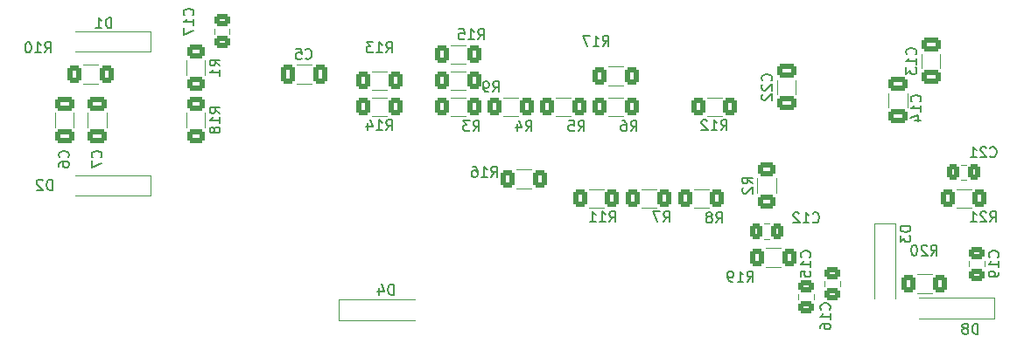
<source format=gbr>
%TF.GenerationSoftware,KiCad,Pcbnew,(6.0.10)*%
%TF.CreationDate,2023-04-08T13:13:14+03:00*%
%TF.ProjectId,DelSol_Voice,44656c53-6f6c-45f5-966f-6963652e6b69,rev?*%
%TF.SameCoordinates,Original*%
%TF.FileFunction,Legend,Bot*%
%TF.FilePolarity,Positive*%
%FSLAX46Y46*%
G04 Gerber Fmt 4.6, Leading zero omitted, Abs format (unit mm)*
G04 Created by KiCad (PCBNEW (6.0.10)) date 2023-04-08 13:13:14*
%MOMM*%
%LPD*%
G01*
G04 APERTURE LIST*
G04 Aperture macros list*
%AMRoundRect*
0 Rectangle with rounded corners*
0 $1 Rounding radius*
0 $2 $3 $4 $5 $6 $7 $8 $9 X,Y pos of 4 corners*
0 Add a 4 corners polygon primitive as box body*
4,1,4,$2,$3,$4,$5,$6,$7,$8,$9,$2,$3,0*
0 Add four circle primitives for the rounded corners*
1,1,$1+$1,$2,$3*
1,1,$1+$1,$4,$5*
1,1,$1+$1,$6,$7*
1,1,$1+$1,$8,$9*
0 Add four rect primitives between the rounded corners*
20,1,$1+$1,$2,$3,$4,$5,0*
20,1,$1+$1,$4,$5,$6,$7,0*
20,1,$1+$1,$6,$7,$8,$9,0*
20,1,$1+$1,$8,$9,$2,$3,0*%
G04 Aperture macros list end*
%ADD10C,0.150000*%
%ADD11C,0.120000*%
%ADD12C,1.600000*%
%ADD13C,3.200000*%
%ADD14R,1.700000X1.700000*%
%ADD15O,1.700000X1.700000*%
%ADD16R,1.300000X1.300000*%
%ADD17C,1.300000*%
%ADD18R,2.800000X2.800000*%
%ADD19O,2.800000X2.800000*%
%ADD20C,2.600000*%
%ADD21R,1.600000X1.600000*%
%ADD22O,1.600000X1.600000*%
%ADD23R,1.500000X1.050000*%
%ADD24O,1.500000X1.050000*%
%ADD25RoundRect,0.250000X-0.400000X-0.625000X0.400000X-0.625000X0.400000X0.625000X-0.400000X0.625000X0*%
%ADD26R,1.700000X3.300000*%
%ADD27RoundRect,0.250000X-0.337500X-0.475000X0.337500X-0.475000X0.337500X0.475000X-0.337500X0.475000X0*%
%ADD28RoundRect,0.250000X0.400000X0.625000X-0.400000X0.625000X-0.400000X-0.625000X0.400000X-0.625000X0*%
%ADD29RoundRect,0.250000X-0.475000X0.337500X-0.475000X-0.337500X0.475000X-0.337500X0.475000X0.337500X0*%
%ADD30RoundRect,0.250000X-0.650000X0.412500X-0.650000X-0.412500X0.650000X-0.412500X0.650000X0.412500X0*%
%ADD31RoundRect,0.250000X0.625000X-0.400000X0.625000X0.400000X-0.625000X0.400000X-0.625000X-0.400000X0*%
%ADD32RoundRect,0.250000X-0.625000X0.400000X-0.625000X-0.400000X0.625000X-0.400000X0.625000X0.400000X0*%
%ADD33R,3.300000X1.700000*%
%ADD34RoundRect,0.250000X0.475000X-0.337500X0.475000X0.337500X-0.475000X0.337500X-0.475000X-0.337500X0*%
%ADD35RoundRect,0.250000X-0.412500X-0.650000X0.412500X-0.650000X0.412500X0.650000X-0.412500X0.650000X0*%
%ADD36RoundRect,0.250000X0.337500X0.475000X-0.337500X0.475000X-0.337500X-0.475000X0.337500X-0.475000X0*%
G04 APERTURE END LIST*
D10*
X148121666Y-108402380D02*
X148455000Y-107926190D01*
X148693095Y-108402380D02*
X148693095Y-107402380D01*
X148312142Y-107402380D01*
X148216904Y-107450000D01*
X148169285Y-107497619D01*
X148121666Y-107592857D01*
X148121666Y-107735714D01*
X148169285Y-107830952D01*
X148216904Y-107878571D01*
X148312142Y-107926190D01*
X148693095Y-107926190D01*
X147264523Y-107735714D02*
X147264523Y-108402380D01*
X147502619Y-107354761D02*
X147740714Y-108069047D01*
X147121666Y-108069047D01*
X185364380Y-117625904D02*
X184364380Y-117625904D01*
X184364380Y-117864000D01*
X184412000Y-118006857D01*
X184507238Y-118102095D01*
X184602476Y-118149714D01*
X184792952Y-118197333D01*
X184935809Y-118197333D01*
X185126285Y-118149714D01*
X185221523Y-118102095D01*
X185316761Y-118006857D01*
X185364380Y-117864000D01*
X185364380Y-117625904D01*
X184364380Y-118530666D02*
X184364380Y-119149714D01*
X184745333Y-118816380D01*
X184745333Y-118959238D01*
X184792952Y-119054476D01*
X184840571Y-119102095D01*
X184935809Y-119149714D01*
X185173904Y-119149714D01*
X185269142Y-119102095D01*
X185316761Y-119054476D01*
X185364380Y-118959238D01*
X185364380Y-118673523D01*
X185316761Y-118578285D01*
X185269142Y-118530666D01*
X193047857Y-110847142D02*
X193095476Y-110894761D01*
X193238333Y-110942380D01*
X193333571Y-110942380D01*
X193476428Y-110894761D01*
X193571666Y-110799523D01*
X193619285Y-110704285D01*
X193666904Y-110513809D01*
X193666904Y-110370952D01*
X193619285Y-110180476D01*
X193571666Y-110085238D01*
X193476428Y-109990000D01*
X193333571Y-109942380D01*
X193238333Y-109942380D01*
X193095476Y-109990000D01*
X193047857Y-110037619D01*
X192666904Y-110037619D02*
X192619285Y-109990000D01*
X192524047Y-109942380D01*
X192285952Y-109942380D01*
X192190714Y-109990000D01*
X192143095Y-110037619D01*
X192095476Y-110132857D01*
X192095476Y-110228095D01*
X192143095Y-110370952D01*
X192714523Y-110942380D01*
X192095476Y-110942380D01*
X191143095Y-110942380D02*
X191714523Y-110942380D01*
X191428809Y-110942380D02*
X191428809Y-109942380D01*
X191524047Y-110085238D01*
X191619285Y-110180476D01*
X191714523Y-110228095D01*
X134627857Y-100782380D02*
X134961190Y-100306190D01*
X135199285Y-100782380D02*
X135199285Y-99782380D01*
X134818333Y-99782380D01*
X134723095Y-99830000D01*
X134675476Y-99877619D01*
X134627857Y-99972857D01*
X134627857Y-100115714D01*
X134675476Y-100210952D01*
X134723095Y-100258571D01*
X134818333Y-100306190D01*
X135199285Y-100306190D01*
X133675476Y-100782380D02*
X134246904Y-100782380D01*
X133961190Y-100782380D02*
X133961190Y-99782380D01*
X134056428Y-99925238D01*
X134151666Y-100020476D01*
X134246904Y-100068095D01*
X133342142Y-99782380D02*
X132723095Y-99782380D01*
X133056428Y-100163333D01*
X132913571Y-100163333D01*
X132818333Y-100210952D01*
X132770714Y-100258571D01*
X132723095Y-100353809D01*
X132723095Y-100591904D01*
X132770714Y-100687142D01*
X132818333Y-100734761D01*
X132913571Y-100782380D01*
X133199285Y-100782380D01*
X133294523Y-100734761D01*
X133342142Y-100687142D01*
X143517857Y-99512380D02*
X143851190Y-99036190D01*
X144089285Y-99512380D02*
X144089285Y-98512380D01*
X143708333Y-98512380D01*
X143613095Y-98560000D01*
X143565476Y-98607619D01*
X143517857Y-98702857D01*
X143517857Y-98845714D01*
X143565476Y-98940952D01*
X143613095Y-98988571D01*
X143708333Y-99036190D01*
X144089285Y-99036190D01*
X142565476Y-99512380D02*
X143136904Y-99512380D01*
X142851190Y-99512380D02*
X142851190Y-98512380D01*
X142946428Y-98655238D01*
X143041666Y-98750476D01*
X143136904Y-98798095D01*
X141660714Y-98512380D02*
X142136904Y-98512380D01*
X142184523Y-98988571D01*
X142136904Y-98940952D01*
X142041666Y-98893333D01*
X141803571Y-98893333D01*
X141708333Y-98940952D01*
X141660714Y-98988571D01*
X141613095Y-99083809D01*
X141613095Y-99321904D01*
X141660714Y-99417142D01*
X141708333Y-99464761D01*
X141803571Y-99512380D01*
X142041666Y-99512380D01*
X142136904Y-99464761D01*
X142184523Y-99417142D01*
X167012857Y-108317380D02*
X167346190Y-107841190D01*
X167584285Y-108317380D02*
X167584285Y-107317380D01*
X167203333Y-107317380D01*
X167108095Y-107365000D01*
X167060476Y-107412619D01*
X167012857Y-107507857D01*
X167012857Y-107650714D01*
X167060476Y-107745952D01*
X167108095Y-107793571D01*
X167203333Y-107841190D01*
X167584285Y-107841190D01*
X166060476Y-108317380D02*
X166631904Y-108317380D01*
X166346190Y-108317380D02*
X166346190Y-107317380D01*
X166441428Y-107460238D01*
X166536666Y-107555476D01*
X166631904Y-107603095D01*
X165679523Y-107412619D02*
X165631904Y-107365000D01*
X165536666Y-107317380D01*
X165298571Y-107317380D01*
X165203333Y-107365000D01*
X165155714Y-107412619D01*
X165108095Y-107507857D01*
X165108095Y-107603095D01*
X165155714Y-107745952D01*
X165727142Y-108317380D01*
X165108095Y-108317380D01*
X187332857Y-120467380D02*
X187666190Y-119991190D01*
X187904285Y-120467380D02*
X187904285Y-119467380D01*
X187523333Y-119467380D01*
X187428095Y-119515000D01*
X187380476Y-119562619D01*
X187332857Y-119657857D01*
X187332857Y-119800714D01*
X187380476Y-119895952D01*
X187428095Y-119943571D01*
X187523333Y-119991190D01*
X187904285Y-119991190D01*
X186951904Y-119562619D02*
X186904285Y-119515000D01*
X186809047Y-119467380D01*
X186570952Y-119467380D01*
X186475714Y-119515000D01*
X186428095Y-119562619D01*
X186380476Y-119657857D01*
X186380476Y-119753095D01*
X186428095Y-119895952D01*
X186999523Y-120467380D01*
X186380476Y-120467380D01*
X185761428Y-119467380D02*
X185666190Y-119467380D01*
X185570952Y-119515000D01*
X185523333Y-119562619D01*
X185475714Y-119657857D01*
X185428095Y-119848333D01*
X185428095Y-120086428D01*
X185475714Y-120276904D01*
X185523333Y-120372142D01*
X185570952Y-120419761D01*
X185666190Y-120467380D01*
X185761428Y-120467380D01*
X185856666Y-120419761D01*
X185904285Y-120372142D01*
X185951904Y-120276904D01*
X185999523Y-120086428D01*
X185999523Y-119848333D01*
X185951904Y-119657857D01*
X185904285Y-119562619D01*
X185856666Y-119515000D01*
X185761428Y-119467380D01*
X175617142Y-120642142D02*
X175664761Y-120594523D01*
X175712380Y-120451666D01*
X175712380Y-120356428D01*
X175664761Y-120213571D01*
X175569523Y-120118333D01*
X175474285Y-120070714D01*
X175283809Y-120023095D01*
X175140952Y-120023095D01*
X174950476Y-120070714D01*
X174855238Y-120118333D01*
X174760000Y-120213571D01*
X174712380Y-120356428D01*
X174712380Y-120451666D01*
X174760000Y-120594523D01*
X174807619Y-120642142D01*
X175712380Y-121594523D02*
X175712380Y-121023095D01*
X175712380Y-121308809D02*
X174712380Y-121308809D01*
X174855238Y-121213571D01*
X174950476Y-121118333D01*
X174998095Y-121023095D01*
X174712380Y-122499285D02*
X174712380Y-122023095D01*
X175188571Y-121975476D01*
X175140952Y-122023095D01*
X175093333Y-122118333D01*
X175093333Y-122356428D01*
X175140952Y-122451666D01*
X175188571Y-122499285D01*
X175283809Y-122546904D01*
X175521904Y-122546904D01*
X175617142Y-122499285D01*
X175664761Y-122451666D01*
X175712380Y-122356428D01*
X175712380Y-122118333D01*
X175664761Y-122023095D01*
X175617142Y-121975476D01*
X144787857Y-112847380D02*
X145121190Y-112371190D01*
X145359285Y-112847380D02*
X145359285Y-111847380D01*
X144978333Y-111847380D01*
X144883095Y-111895000D01*
X144835476Y-111942619D01*
X144787857Y-112037857D01*
X144787857Y-112180714D01*
X144835476Y-112275952D01*
X144883095Y-112323571D01*
X144978333Y-112371190D01*
X145359285Y-112371190D01*
X143835476Y-112847380D02*
X144406904Y-112847380D01*
X144121190Y-112847380D02*
X144121190Y-111847380D01*
X144216428Y-111990238D01*
X144311666Y-112085476D01*
X144406904Y-112133095D01*
X142978333Y-111847380D02*
X143168809Y-111847380D01*
X143264047Y-111895000D01*
X143311666Y-111942619D01*
X143406904Y-112085476D01*
X143454523Y-112275952D01*
X143454523Y-112656904D01*
X143406904Y-112752142D01*
X143359285Y-112799761D01*
X143264047Y-112847380D01*
X143073571Y-112847380D01*
X142978333Y-112799761D01*
X142930714Y-112752142D01*
X142883095Y-112656904D01*
X142883095Y-112418809D01*
X142930714Y-112323571D01*
X142978333Y-112275952D01*
X143073571Y-112228333D01*
X143264047Y-112228333D01*
X143359285Y-112275952D01*
X143406904Y-112323571D01*
X143454523Y-112418809D01*
X161456666Y-117207380D02*
X161790000Y-116731190D01*
X162028095Y-117207380D02*
X162028095Y-116207380D01*
X161647142Y-116207380D01*
X161551904Y-116255000D01*
X161504285Y-116302619D01*
X161456666Y-116397857D01*
X161456666Y-116540714D01*
X161504285Y-116635952D01*
X161551904Y-116683571D01*
X161647142Y-116731190D01*
X162028095Y-116731190D01*
X161123333Y-116207380D02*
X160456666Y-116207380D01*
X160885238Y-117207380D01*
X171862142Y-103497142D02*
X171909761Y-103449523D01*
X171957380Y-103306666D01*
X171957380Y-103211428D01*
X171909761Y-103068571D01*
X171814523Y-102973333D01*
X171719285Y-102925714D01*
X171528809Y-102878095D01*
X171385952Y-102878095D01*
X171195476Y-102925714D01*
X171100238Y-102973333D01*
X171005000Y-103068571D01*
X170957380Y-103211428D01*
X170957380Y-103306666D01*
X171005000Y-103449523D01*
X171052619Y-103497142D01*
X171052619Y-103878095D02*
X171005000Y-103925714D01*
X170957380Y-104020952D01*
X170957380Y-104259047D01*
X171005000Y-104354285D01*
X171052619Y-104401904D01*
X171147857Y-104449523D01*
X171243095Y-104449523D01*
X171385952Y-104401904D01*
X171957380Y-103830476D01*
X171957380Y-104449523D01*
X171052619Y-104830476D02*
X171005000Y-104878095D01*
X170957380Y-104973333D01*
X170957380Y-105211428D01*
X171005000Y-105306666D01*
X171052619Y-105354285D01*
X171147857Y-105401904D01*
X171243095Y-105401904D01*
X171385952Y-105354285D01*
X171957380Y-104782857D01*
X171957380Y-105401904D01*
X118562380Y-106672142D02*
X118086190Y-106338809D01*
X118562380Y-106100714D02*
X117562380Y-106100714D01*
X117562380Y-106481666D01*
X117610000Y-106576904D01*
X117657619Y-106624523D01*
X117752857Y-106672142D01*
X117895714Y-106672142D01*
X117990952Y-106624523D01*
X118038571Y-106576904D01*
X118086190Y-106481666D01*
X118086190Y-106100714D01*
X118562380Y-107624523D02*
X118562380Y-107053095D01*
X118562380Y-107338809D02*
X117562380Y-107338809D01*
X117705238Y-107243571D01*
X117800476Y-107148333D01*
X117848095Y-107053095D01*
X117990952Y-108195952D02*
X117943333Y-108100714D01*
X117895714Y-108053095D01*
X117800476Y-108005476D01*
X117752857Y-108005476D01*
X117657619Y-108053095D01*
X117610000Y-108100714D01*
X117562380Y-108195952D01*
X117562380Y-108386428D01*
X117610000Y-108481666D01*
X117657619Y-108529285D01*
X117752857Y-108576904D01*
X117800476Y-108576904D01*
X117895714Y-108529285D01*
X117943333Y-108481666D01*
X117990952Y-108386428D01*
X117990952Y-108195952D01*
X118038571Y-108100714D01*
X118086190Y-108053095D01*
X118181428Y-108005476D01*
X118371904Y-108005476D01*
X118467142Y-108053095D01*
X118514761Y-108100714D01*
X118562380Y-108195952D01*
X118562380Y-108386428D01*
X118514761Y-108481666D01*
X118467142Y-108529285D01*
X118371904Y-108576904D01*
X118181428Y-108576904D01*
X118086190Y-108529285D01*
X118038571Y-108481666D01*
X117990952Y-108386428D01*
X156217857Y-117207380D02*
X156551190Y-116731190D01*
X156789285Y-117207380D02*
X156789285Y-116207380D01*
X156408333Y-116207380D01*
X156313095Y-116255000D01*
X156265476Y-116302619D01*
X156217857Y-116397857D01*
X156217857Y-116540714D01*
X156265476Y-116635952D01*
X156313095Y-116683571D01*
X156408333Y-116731190D01*
X156789285Y-116731190D01*
X155265476Y-117207380D02*
X155836904Y-117207380D01*
X155551190Y-117207380D02*
X155551190Y-116207380D01*
X155646428Y-116350238D01*
X155741666Y-116445476D01*
X155836904Y-116493095D01*
X154313095Y-117207380D02*
X154884523Y-117207380D01*
X154598809Y-117207380D02*
X154598809Y-116207380D01*
X154694047Y-116350238D01*
X154789285Y-116445476D01*
X154884523Y-116493095D01*
X166536666Y-117292380D02*
X166870000Y-116816190D01*
X167108095Y-117292380D02*
X167108095Y-116292380D01*
X166727142Y-116292380D01*
X166631904Y-116340000D01*
X166584285Y-116387619D01*
X166536666Y-116482857D01*
X166536666Y-116625714D01*
X166584285Y-116720952D01*
X166631904Y-116768571D01*
X166727142Y-116816190D01*
X167108095Y-116816190D01*
X165965238Y-116720952D02*
X166060476Y-116673333D01*
X166108095Y-116625714D01*
X166155714Y-116530476D01*
X166155714Y-116482857D01*
X166108095Y-116387619D01*
X166060476Y-116340000D01*
X165965238Y-116292380D01*
X165774761Y-116292380D01*
X165679523Y-116340000D01*
X165631904Y-116387619D01*
X165584285Y-116482857D01*
X165584285Y-116530476D01*
X165631904Y-116625714D01*
X165679523Y-116673333D01*
X165774761Y-116720952D01*
X165965238Y-116720952D01*
X166060476Y-116768571D01*
X166108095Y-116816190D01*
X166155714Y-116911428D01*
X166155714Y-117101904D01*
X166108095Y-117197142D01*
X166060476Y-117244761D01*
X165965238Y-117292380D01*
X165774761Y-117292380D01*
X165679523Y-117244761D01*
X165631904Y-117197142D01*
X165584285Y-117101904D01*
X165584285Y-116911428D01*
X165631904Y-116816190D01*
X165679523Y-116768571D01*
X165774761Y-116720952D01*
X155582857Y-100147380D02*
X155916190Y-99671190D01*
X156154285Y-100147380D02*
X156154285Y-99147380D01*
X155773333Y-99147380D01*
X155678095Y-99195000D01*
X155630476Y-99242619D01*
X155582857Y-99337857D01*
X155582857Y-99480714D01*
X155630476Y-99575952D01*
X155678095Y-99623571D01*
X155773333Y-99671190D01*
X156154285Y-99671190D01*
X154630476Y-100147380D02*
X155201904Y-100147380D01*
X154916190Y-100147380D02*
X154916190Y-99147380D01*
X155011428Y-99290238D01*
X155106666Y-99385476D01*
X155201904Y-99433095D01*
X154297142Y-99147380D02*
X153630476Y-99147380D01*
X154059047Y-100147380D01*
X118562380Y-102068333D02*
X118086190Y-101735000D01*
X118562380Y-101496904D02*
X117562380Y-101496904D01*
X117562380Y-101877857D01*
X117610000Y-101973095D01*
X117657619Y-102020714D01*
X117752857Y-102068333D01*
X117895714Y-102068333D01*
X117990952Y-102020714D01*
X118038571Y-101973095D01*
X118086190Y-101877857D01*
X118086190Y-101496904D01*
X118562380Y-103020714D02*
X118562380Y-102449285D01*
X118562380Y-102735000D02*
X117562380Y-102735000D01*
X117705238Y-102639761D01*
X117800476Y-102544523D01*
X117848095Y-102449285D01*
X169552857Y-123007380D02*
X169886190Y-122531190D01*
X170124285Y-123007380D02*
X170124285Y-122007380D01*
X169743333Y-122007380D01*
X169648095Y-122055000D01*
X169600476Y-122102619D01*
X169552857Y-122197857D01*
X169552857Y-122340714D01*
X169600476Y-122435952D01*
X169648095Y-122483571D01*
X169743333Y-122531190D01*
X170124285Y-122531190D01*
X168600476Y-123007380D02*
X169171904Y-123007380D01*
X168886190Y-123007380D02*
X168886190Y-122007380D01*
X168981428Y-122150238D01*
X169076666Y-122245476D01*
X169171904Y-122293095D01*
X168124285Y-123007380D02*
X167933809Y-123007380D01*
X167838571Y-122959761D01*
X167790952Y-122912142D01*
X167695714Y-122769285D01*
X167648095Y-122578809D01*
X167648095Y-122197857D01*
X167695714Y-122102619D01*
X167743333Y-122055000D01*
X167838571Y-122007380D01*
X168029047Y-122007380D01*
X168124285Y-122055000D01*
X168171904Y-122102619D01*
X168219523Y-122197857D01*
X168219523Y-122435952D01*
X168171904Y-122531190D01*
X168124285Y-122578809D01*
X168029047Y-122626428D01*
X167838571Y-122626428D01*
X167743333Y-122578809D01*
X167695714Y-122531190D01*
X167648095Y-122435952D01*
X134627857Y-108317380D02*
X134961190Y-107841190D01*
X135199285Y-108317380D02*
X135199285Y-107317380D01*
X134818333Y-107317380D01*
X134723095Y-107365000D01*
X134675476Y-107412619D01*
X134627857Y-107507857D01*
X134627857Y-107650714D01*
X134675476Y-107745952D01*
X134723095Y-107793571D01*
X134818333Y-107841190D01*
X135199285Y-107841190D01*
X133675476Y-108317380D02*
X134246904Y-108317380D01*
X133961190Y-108317380D02*
X133961190Y-107317380D01*
X134056428Y-107460238D01*
X134151666Y-107555476D01*
X134246904Y-107603095D01*
X132818333Y-107650714D02*
X132818333Y-108317380D01*
X133056428Y-107269761D02*
X133294523Y-107984047D01*
X132675476Y-107984047D01*
X103862142Y-110958333D02*
X103909761Y-110910714D01*
X103957380Y-110767857D01*
X103957380Y-110672619D01*
X103909761Y-110529761D01*
X103814523Y-110434523D01*
X103719285Y-110386904D01*
X103528809Y-110339285D01*
X103385952Y-110339285D01*
X103195476Y-110386904D01*
X103100238Y-110434523D01*
X103005000Y-110529761D01*
X102957380Y-110672619D01*
X102957380Y-110767857D01*
X103005000Y-110910714D01*
X103052619Y-110958333D01*
X102957380Y-111815476D02*
X102957380Y-111625000D01*
X103005000Y-111529761D01*
X103052619Y-111482142D01*
X103195476Y-111386904D01*
X103385952Y-111339285D01*
X103766904Y-111339285D01*
X103862142Y-111386904D01*
X103909761Y-111434523D01*
X103957380Y-111529761D01*
X103957380Y-111720238D01*
X103909761Y-111815476D01*
X103862142Y-111863095D01*
X103766904Y-111910714D01*
X103528809Y-111910714D01*
X103433571Y-111863095D01*
X103385952Y-111815476D01*
X103338333Y-111720238D01*
X103338333Y-111529761D01*
X103385952Y-111434523D01*
X103433571Y-111386904D01*
X103528809Y-111339285D01*
X135358095Y-124277380D02*
X135358095Y-123277380D01*
X135120000Y-123277380D01*
X134977142Y-123325000D01*
X134881904Y-123420238D01*
X134834285Y-123515476D01*
X134786666Y-123705952D01*
X134786666Y-123848809D01*
X134834285Y-124039285D01*
X134881904Y-124134523D01*
X134977142Y-124229761D01*
X135120000Y-124277380D01*
X135358095Y-124277380D01*
X133929523Y-123610714D02*
X133929523Y-124277380D01*
X134167619Y-123229761D02*
X134405714Y-123944047D01*
X133786666Y-123944047D01*
X158281666Y-108402380D02*
X158615000Y-107926190D01*
X158853095Y-108402380D02*
X158853095Y-107402380D01*
X158472142Y-107402380D01*
X158376904Y-107450000D01*
X158329285Y-107497619D01*
X158281666Y-107592857D01*
X158281666Y-107735714D01*
X158329285Y-107830952D01*
X158376904Y-107878571D01*
X158472142Y-107926190D01*
X158853095Y-107926190D01*
X157424523Y-107402380D02*
X157615000Y-107402380D01*
X157710238Y-107450000D01*
X157757857Y-107497619D01*
X157853095Y-107640476D01*
X157900714Y-107830952D01*
X157900714Y-108211904D01*
X157853095Y-108307142D01*
X157805476Y-108354761D01*
X157710238Y-108402380D01*
X157519761Y-108402380D01*
X157424523Y-108354761D01*
X157376904Y-108307142D01*
X157329285Y-108211904D01*
X157329285Y-107973809D01*
X157376904Y-107878571D01*
X157424523Y-107830952D01*
X157519761Y-107783333D01*
X157710238Y-107783333D01*
X157805476Y-107830952D01*
X157853095Y-107878571D01*
X157900714Y-107973809D01*
X193047857Y-117207380D02*
X193381190Y-116731190D01*
X193619285Y-117207380D02*
X193619285Y-116207380D01*
X193238333Y-116207380D01*
X193143095Y-116255000D01*
X193095476Y-116302619D01*
X193047857Y-116397857D01*
X193047857Y-116540714D01*
X193095476Y-116635952D01*
X193143095Y-116683571D01*
X193238333Y-116731190D01*
X193619285Y-116731190D01*
X192666904Y-116302619D02*
X192619285Y-116255000D01*
X192524047Y-116207380D01*
X192285952Y-116207380D01*
X192190714Y-116255000D01*
X192143095Y-116302619D01*
X192095476Y-116397857D01*
X192095476Y-116493095D01*
X192143095Y-116635952D01*
X192714523Y-117207380D01*
X192095476Y-117207380D01*
X191143095Y-117207380D02*
X191714523Y-117207380D01*
X191428809Y-117207380D02*
X191428809Y-116207380D01*
X191524047Y-116350238D01*
X191619285Y-116445476D01*
X191714523Y-116493095D01*
X115927142Y-97147142D02*
X115974761Y-97099523D01*
X116022380Y-96956666D01*
X116022380Y-96861428D01*
X115974761Y-96718571D01*
X115879523Y-96623333D01*
X115784285Y-96575714D01*
X115593809Y-96528095D01*
X115450952Y-96528095D01*
X115260476Y-96575714D01*
X115165238Y-96623333D01*
X115070000Y-96718571D01*
X115022380Y-96861428D01*
X115022380Y-96956666D01*
X115070000Y-97099523D01*
X115117619Y-97147142D01*
X116022380Y-98099523D02*
X116022380Y-97528095D01*
X116022380Y-97813809D02*
X115022380Y-97813809D01*
X115165238Y-97718571D01*
X115260476Y-97623333D01*
X115308095Y-97528095D01*
X115022380Y-98432857D02*
X115022380Y-99099523D01*
X116022380Y-98670952D01*
X193807142Y-120642142D02*
X193854761Y-120594523D01*
X193902380Y-120451666D01*
X193902380Y-120356428D01*
X193854761Y-120213571D01*
X193759523Y-120118333D01*
X193664285Y-120070714D01*
X193473809Y-120023095D01*
X193330952Y-120023095D01*
X193140476Y-120070714D01*
X193045238Y-120118333D01*
X192950000Y-120213571D01*
X192902380Y-120356428D01*
X192902380Y-120451666D01*
X192950000Y-120594523D01*
X192997619Y-120642142D01*
X193902380Y-121594523D02*
X193902380Y-121023095D01*
X193902380Y-121308809D02*
X192902380Y-121308809D01*
X193045238Y-121213571D01*
X193140476Y-121118333D01*
X193188095Y-121023095D01*
X193902380Y-122070714D02*
X193902380Y-122261190D01*
X193854761Y-122356428D01*
X193807142Y-122404047D01*
X193664285Y-122499285D01*
X193473809Y-122546904D01*
X193092857Y-122546904D01*
X192997619Y-122499285D01*
X192950000Y-122451666D01*
X192902380Y-122356428D01*
X192902380Y-122165952D01*
X192950000Y-122070714D01*
X192997619Y-122023095D01*
X193092857Y-121975476D01*
X193330952Y-121975476D01*
X193426190Y-122023095D01*
X193473809Y-122070714D01*
X193521428Y-122165952D01*
X193521428Y-122356428D01*
X193473809Y-122451666D01*
X193426190Y-122499285D01*
X193330952Y-122546904D01*
X170082380Y-113498333D02*
X169606190Y-113165000D01*
X170082380Y-112926904D02*
X169082380Y-112926904D01*
X169082380Y-113307857D01*
X169130000Y-113403095D01*
X169177619Y-113450714D01*
X169272857Y-113498333D01*
X169415714Y-113498333D01*
X169510952Y-113450714D01*
X169558571Y-113403095D01*
X169606190Y-113307857D01*
X169606190Y-112926904D01*
X169177619Y-113879285D02*
X169130000Y-113926904D01*
X169082380Y-114022142D01*
X169082380Y-114260238D01*
X169130000Y-114355476D01*
X169177619Y-114403095D01*
X169272857Y-114450714D01*
X169368095Y-114450714D01*
X169510952Y-114403095D01*
X170082380Y-113831666D01*
X170082380Y-114450714D01*
X186285142Y-105529142D02*
X186332761Y-105481523D01*
X186380380Y-105338666D01*
X186380380Y-105243428D01*
X186332761Y-105100571D01*
X186237523Y-105005333D01*
X186142285Y-104957714D01*
X185951809Y-104910095D01*
X185808952Y-104910095D01*
X185618476Y-104957714D01*
X185523238Y-105005333D01*
X185428000Y-105100571D01*
X185380380Y-105243428D01*
X185380380Y-105338666D01*
X185428000Y-105481523D01*
X185475619Y-105529142D01*
X186380380Y-106481523D02*
X186380380Y-105910095D01*
X186380380Y-106195809D02*
X185380380Y-106195809D01*
X185523238Y-106100571D01*
X185618476Y-106005333D01*
X185666095Y-105910095D01*
X185713714Y-107338666D02*
X186380380Y-107338666D01*
X185332761Y-107100571D02*
X186047047Y-106862476D01*
X186047047Y-107481523D01*
X191873095Y-128087380D02*
X191873095Y-127087380D01*
X191635000Y-127087380D01*
X191492142Y-127135000D01*
X191396904Y-127230238D01*
X191349285Y-127325476D01*
X191301666Y-127515952D01*
X191301666Y-127658809D01*
X191349285Y-127849285D01*
X191396904Y-127944523D01*
X191492142Y-128039761D01*
X191635000Y-128087380D01*
X191873095Y-128087380D01*
X190730238Y-127515952D02*
X190825476Y-127468333D01*
X190873095Y-127420714D01*
X190920714Y-127325476D01*
X190920714Y-127277857D01*
X190873095Y-127182619D01*
X190825476Y-127135000D01*
X190730238Y-127087380D01*
X190539761Y-127087380D01*
X190444523Y-127135000D01*
X190396904Y-127182619D01*
X190349285Y-127277857D01*
X190349285Y-127325476D01*
X190396904Y-127420714D01*
X190444523Y-127468333D01*
X190539761Y-127515952D01*
X190730238Y-127515952D01*
X190825476Y-127563571D01*
X190873095Y-127611190D01*
X190920714Y-127706428D01*
X190920714Y-127896904D01*
X190873095Y-127992142D01*
X190825476Y-128039761D01*
X190730238Y-128087380D01*
X190539761Y-128087380D01*
X190444523Y-128039761D01*
X190396904Y-127992142D01*
X190349285Y-127896904D01*
X190349285Y-127706428D01*
X190396904Y-127611190D01*
X190444523Y-127563571D01*
X190539761Y-127515952D01*
X107037142Y-110958333D02*
X107084761Y-110910714D01*
X107132380Y-110767857D01*
X107132380Y-110672619D01*
X107084761Y-110529761D01*
X106989523Y-110434523D01*
X106894285Y-110386904D01*
X106703809Y-110339285D01*
X106560952Y-110339285D01*
X106370476Y-110386904D01*
X106275238Y-110434523D01*
X106180000Y-110529761D01*
X106132380Y-110672619D01*
X106132380Y-110767857D01*
X106180000Y-110910714D01*
X106227619Y-110958333D01*
X106132380Y-111291666D02*
X106132380Y-111958333D01*
X107132380Y-111529761D01*
X126824166Y-101322142D02*
X126871785Y-101369761D01*
X127014642Y-101417380D01*
X127109880Y-101417380D01*
X127252738Y-101369761D01*
X127347976Y-101274523D01*
X127395595Y-101179285D01*
X127443214Y-100988809D01*
X127443214Y-100845952D01*
X127395595Y-100655476D01*
X127347976Y-100560238D01*
X127252738Y-100465000D01*
X127109880Y-100417380D01*
X127014642Y-100417380D01*
X126871785Y-100465000D01*
X126824166Y-100512619D01*
X125919404Y-100417380D02*
X126395595Y-100417380D01*
X126443214Y-100893571D01*
X126395595Y-100845952D01*
X126300357Y-100798333D01*
X126062261Y-100798333D01*
X125967023Y-100845952D01*
X125919404Y-100893571D01*
X125871785Y-100988809D01*
X125871785Y-101226904D01*
X125919404Y-101322142D01*
X125967023Y-101369761D01*
X126062261Y-101417380D01*
X126300357Y-101417380D01*
X126395595Y-101369761D01*
X126443214Y-101322142D01*
X144946666Y-104592380D02*
X145280000Y-104116190D01*
X145518095Y-104592380D02*
X145518095Y-103592380D01*
X145137142Y-103592380D01*
X145041904Y-103640000D01*
X144994285Y-103687619D01*
X144946666Y-103782857D01*
X144946666Y-103925714D01*
X144994285Y-104020952D01*
X145041904Y-104068571D01*
X145137142Y-104116190D01*
X145518095Y-104116190D01*
X144470476Y-104592380D02*
X144280000Y-104592380D01*
X144184761Y-104544761D01*
X144137142Y-104497142D01*
X144041904Y-104354285D01*
X143994285Y-104163809D01*
X143994285Y-103782857D01*
X144041904Y-103687619D01*
X144089523Y-103640000D01*
X144184761Y-103592380D01*
X144375238Y-103592380D01*
X144470476Y-103640000D01*
X144518095Y-103687619D01*
X144565714Y-103782857D01*
X144565714Y-104020952D01*
X144518095Y-104116190D01*
X144470476Y-104163809D01*
X144375238Y-104211428D01*
X144184761Y-104211428D01*
X144089523Y-104163809D01*
X144041904Y-104116190D01*
X143994285Y-104020952D01*
X101607857Y-100782380D02*
X101941190Y-100306190D01*
X102179285Y-100782380D02*
X102179285Y-99782380D01*
X101798333Y-99782380D01*
X101703095Y-99830000D01*
X101655476Y-99877619D01*
X101607857Y-99972857D01*
X101607857Y-100115714D01*
X101655476Y-100210952D01*
X101703095Y-100258571D01*
X101798333Y-100306190D01*
X102179285Y-100306190D01*
X100655476Y-100782380D02*
X101226904Y-100782380D01*
X100941190Y-100782380D02*
X100941190Y-99782380D01*
X101036428Y-99925238D01*
X101131666Y-100020476D01*
X101226904Y-100068095D01*
X100036428Y-99782380D02*
X99941190Y-99782380D01*
X99845952Y-99830000D01*
X99798333Y-99877619D01*
X99750714Y-99972857D01*
X99703095Y-100163333D01*
X99703095Y-100401428D01*
X99750714Y-100591904D01*
X99798333Y-100687142D01*
X99845952Y-100734761D01*
X99941190Y-100782380D01*
X100036428Y-100782380D01*
X100131666Y-100734761D01*
X100179285Y-100687142D01*
X100226904Y-100591904D01*
X100274523Y-100401428D01*
X100274523Y-100163333D01*
X100226904Y-99972857D01*
X100179285Y-99877619D01*
X100131666Y-99830000D01*
X100036428Y-99782380D01*
X143041666Y-108402380D02*
X143375000Y-107926190D01*
X143613095Y-108402380D02*
X143613095Y-107402380D01*
X143232142Y-107402380D01*
X143136904Y-107450000D01*
X143089285Y-107497619D01*
X143041666Y-107592857D01*
X143041666Y-107735714D01*
X143089285Y-107830952D01*
X143136904Y-107878571D01*
X143232142Y-107926190D01*
X143613095Y-107926190D01*
X142708333Y-107402380D02*
X142089285Y-107402380D01*
X142422619Y-107783333D01*
X142279761Y-107783333D01*
X142184523Y-107830952D01*
X142136904Y-107878571D01*
X142089285Y-107973809D01*
X142089285Y-108211904D01*
X142136904Y-108307142D01*
X142184523Y-108354761D01*
X142279761Y-108402380D01*
X142565476Y-108402380D01*
X142660714Y-108354761D01*
X142708333Y-108307142D01*
X102338095Y-114117380D02*
X102338095Y-113117380D01*
X102100000Y-113117380D01*
X101957142Y-113165000D01*
X101861904Y-113260238D01*
X101814285Y-113355476D01*
X101766666Y-113545952D01*
X101766666Y-113688809D01*
X101814285Y-113879285D01*
X101861904Y-113974523D01*
X101957142Y-114069761D01*
X102100000Y-114117380D01*
X102338095Y-114117380D01*
X101385714Y-113212619D02*
X101338095Y-113165000D01*
X101242857Y-113117380D01*
X101004761Y-113117380D01*
X100909523Y-113165000D01*
X100861904Y-113212619D01*
X100814285Y-113307857D01*
X100814285Y-113403095D01*
X100861904Y-113545952D01*
X101433333Y-114117380D01*
X100814285Y-114117380D01*
X175902857Y-117197142D02*
X175950476Y-117244761D01*
X176093333Y-117292380D01*
X176188571Y-117292380D01*
X176331428Y-117244761D01*
X176426666Y-117149523D01*
X176474285Y-117054285D01*
X176521904Y-116863809D01*
X176521904Y-116720952D01*
X176474285Y-116530476D01*
X176426666Y-116435238D01*
X176331428Y-116340000D01*
X176188571Y-116292380D01*
X176093333Y-116292380D01*
X175950476Y-116340000D01*
X175902857Y-116387619D01*
X174950476Y-117292380D02*
X175521904Y-117292380D01*
X175236190Y-117292380D02*
X175236190Y-116292380D01*
X175331428Y-116435238D01*
X175426666Y-116530476D01*
X175521904Y-116578095D01*
X174569523Y-116387619D02*
X174521904Y-116340000D01*
X174426666Y-116292380D01*
X174188571Y-116292380D01*
X174093333Y-116340000D01*
X174045714Y-116387619D01*
X173998095Y-116482857D01*
X173998095Y-116578095D01*
X174045714Y-116720952D01*
X174617142Y-117292380D01*
X173998095Y-117292380D01*
X153201666Y-108402380D02*
X153535000Y-107926190D01*
X153773095Y-108402380D02*
X153773095Y-107402380D01*
X153392142Y-107402380D01*
X153296904Y-107450000D01*
X153249285Y-107497619D01*
X153201666Y-107592857D01*
X153201666Y-107735714D01*
X153249285Y-107830952D01*
X153296904Y-107878571D01*
X153392142Y-107926190D01*
X153773095Y-107926190D01*
X152296904Y-107402380D02*
X152773095Y-107402380D01*
X152820714Y-107878571D01*
X152773095Y-107830952D01*
X152677857Y-107783333D01*
X152439761Y-107783333D01*
X152344523Y-107830952D01*
X152296904Y-107878571D01*
X152249285Y-107973809D01*
X152249285Y-108211904D01*
X152296904Y-108307142D01*
X152344523Y-108354761D01*
X152439761Y-108402380D01*
X152677857Y-108402380D01*
X152773095Y-108354761D01*
X152820714Y-108307142D01*
X185832142Y-100957142D02*
X185879761Y-100909523D01*
X185927380Y-100766666D01*
X185927380Y-100671428D01*
X185879761Y-100528571D01*
X185784523Y-100433333D01*
X185689285Y-100385714D01*
X185498809Y-100338095D01*
X185355952Y-100338095D01*
X185165476Y-100385714D01*
X185070238Y-100433333D01*
X184975000Y-100528571D01*
X184927380Y-100671428D01*
X184927380Y-100766666D01*
X184975000Y-100909523D01*
X185022619Y-100957142D01*
X185927380Y-101909523D02*
X185927380Y-101338095D01*
X185927380Y-101623809D02*
X184927380Y-101623809D01*
X185070238Y-101528571D01*
X185165476Y-101433333D01*
X185213095Y-101338095D01*
X184927380Y-102242857D02*
X184927380Y-102861904D01*
X185308333Y-102528571D01*
X185308333Y-102671428D01*
X185355952Y-102766666D01*
X185403571Y-102814285D01*
X185498809Y-102861904D01*
X185736904Y-102861904D01*
X185832142Y-102814285D01*
X185879761Y-102766666D01*
X185927380Y-102671428D01*
X185927380Y-102385714D01*
X185879761Y-102290476D01*
X185832142Y-102242857D01*
X177522142Y-125722142D02*
X177569761Y-125674523D01*
X177617380Y-125531666D01*
X177617380Y-125436428D01*
X177569761Y-125293571D01*
X177474523Y-125198333D01*
X177379285Y-125150714D01*
X177188809Y-125103095D01*
X177045952Y-125103095D01*
X176855476Y-125150714D01*
X176760238Y-125198333D01*
X176665000Y-125293571D01*
X176617380Y-125436428D01*
X176617380Y-125531666D01*
X176665000Y-125674523D01*
X176712619Y-125722142D01*
X177617380Y-126674523D02*
X177617380Y-126103095D01*
X177617380Y-126388809D02*
X176617380Y-126388809D01*
X176760238Y-126293571D01*
X176855476Y-126198333D01*
X176903095Y-126103095D01*
X176617380Y-127531666D02*
X176617380Y-127341190D01*
X176665000Y-127245952D01*
X176712619Y-127198333D01*
X176855476Y-127103095D01*
X177045952Y-127055476D01*
X177426904Y-127055476D01*
X177522142Y-127103095D01*
X177569761Y-127150714D01*
X177617380Y-127245952D01*
X177617380Y-127436428D01*
X177569761Y-127531666D01*
X177522142Y-127579285D01*
X177426904Y-127626904D01*
X177188809Y-127626904D01*
X177093571Y-127579285D01*
X177045952Y-127531666D01*
X176998333Y-127436428D01*
X176998333Y-127245952D01*
X177045952Y-127150714D01*
X177093571Y-127103095D01*
X177188809Y-127055476D01*
X108053095Y-98397380D02*
X108053095Y-97397380D01*
X107815000Y-97397380D01*
X107672142Y-97445000D01*
X107576904Y-97540238D01*
X107529285Y-97635476D01*
X107481666Y-97825952D01*
X107481666Y-97968809D01*
X107529285Y-98159285D01*
X107576904Y-98254523D01*
X107672142Y-98349761D01*
X107815000Y-98397380D01*
X108053095Y-98397380D01*
X106529285Y-98397380D02*
X107100714Y-98397380D01*
X106815000Y-98397380D02*
X106815000Y-97397380D01*
X106910238Y-97540238D01*
X107005476Y-97635476D01*
X107100714Y-97683095D01*
D11*
X145957936Y-105135000D02*
X147412064Y-105135000D01*
X145957936Y-106955000D02*
X147412064Y-106955000D01*
X183880000Y-117370000D02*
X183880000Y-124670000D01*
X181880000Y-117370000D02*
X183880000Y-117370000D01*
X181880000Y-124670000D02*
X181880000Y-117370000D01*
X190238748Y-113130000D02*
X190761252Y-113130000D01*
X190238748Y-111660000D02*
X190761252Y-111660000D01*
X133257936Y-104415000D02*
X134712064Y-104415000D01*
X133257936Y-102595000D02*
X134712064Y-102595000D01*
X140877936Y-101875000D02*
X142332064Y-101875000D01*
X140877936Y-100055000D02*
X142332064Y-100055000D01*
X165642936Y-105135000D02*
X167097064Y-105135000D01*
X165642936Y-106955000D02*
X167097064Y-106955000D01*
X187417064Y-124100000D02*
X185962936Y-124100000D01*
X187417064Y-122280000D02*
X185962936Y-122280000D01*
X177065000Y-122928748D02*
X177065000Y-123451252D01*
X178535000Y-122928748D02*
X178535000Y-123451252D01*
X147227936Y-113940000D02*
X148682064Y-113940000D01*
X147227936Y-112120000D02*
X148682064Y-112120000D01*
X159292936Y-114025000D02*
X160747064Y-114025000D01*
X159292936Y-115845000D02*
X160747064Y-115845000D01*
X174265000Y-103428748D02*
X174265000Y-104851252D01*
X172445000Y-103428748D02*
X172445000Y-104851252D01*
X117115000Y-108042064D02*
X117115000Y-106587936D01*
X115295000Y-108042064D02*
X115295000Y-106587936D01*
X154212936Y-114025000D02*
X155667064Y-114025000D01*
X154212936Y-115845000D02*
X155667064Y-115845000D01*
X164372936Y-115845000D02*
X165827064Y-115845000D01*
X164372936Y-114025000D02*
X165827064Y-114025000D01*
X156117936Y-103945000D02*
X157572064Y-103945000D01*
X156117936Y-102125000D02*
X157572064Y-102125000D01*
X117115000Y-101507936D02*
X117115000Y-102962064D01*
X115295000Y-101507936D02*
X115295000Y-102962064D01*
X172812064Y-121560000D02*
X171357936Y-121560000D01*
X172812064Y-119740000D02*
X171357936Y-119740000D01*
X133257936Y-106955000D02*
X134712064Y-106955000D01*
X133257936Y-105135000D02*
X134712064Y-105135000D01*
X102595000Y-106603748D02*
X102595000Y-108026252D01*
X104415000Y-106603748D02*
X104415000Y-108026252D01*
X130070000Y-126730000D02*
X130070000Y-124730000D01*
X130070000Y-124730000D02*
X137370000Y-124730000D01*
X137370000Y-126730000D02*
X130070000Y-126730000D01*
X156117936Y-105135000D02*
X157572064Y-105135000D01*
X156117936Y-106955000D02*
X157572064Y-106955000D01*
X189772936Y-114025000D02*
X191227064Y-114025000D01*
X189772936Y-115845000D02*
X191227064Y-115845000D01*
X119470000Y-98433748D02*
X119470000Y-98956252D01*
X118000000Y-98433748D02*
X118000000Y-98956252D01*
X192505000Y-121546252D02*
X192505000Y-121023748D01*
X191035000Y-121546252D02*
X191035000Y-121023748D01*
X170540000Y-112937936D02*
X170540000Y-114392064D01*
X172360000Y-112937936D02*
X172360000Y-114392064D01*
X185060000Y-104698748D02*
X185060000Y-106121252D01*
X183240000Y-104698748D02*
X183240000Y-106121252D01*
X186145000Y-124565000D02*
X193445000Y-124565000D01*
X193445000Y-124565000D02*
X193445000Y-126565000D01*
X193445000Y-126565000D02*
X186145000Y-126565000D01*
X107590000Y-106603748D02*
X107590000Y-108026252D01*
X105770000Y-106603748D02*
X105770000Y-108026252D01*
X125946248Y-101960000D02*
X127368752Y-101960000D01*
X125946248Y-103780000D02*
X127368752Y-103780000D01*
X142332064Y-102595000D02*
X140877936Y-102595000D01*
X142332064Y-104415000D02*
X140877936Y-104415000D01*
X105317936Y-103780000D02*
X106772064Y-103780000D01*
X105317936Y-101960000D02*
X106772064Y-101960000D01*
X142332064Y-106955000D02*
X140877936Y-106955000D01*
X142332064Y-105135000D02*
X140877936Y-105135000D01*
X111865000Y-112665000D02*
X111865000Y-114665000D01*
X104565000Y-112665000D02*
X111865000Y-112665000D01*
X111865000Y-114665000D02*
X104565000Y-114665000D01*
X171711252Y-118845000D02*
X171188748Y-118845000D01*
X171711252Y-117375000D02*
X171188748Y-117375000D01*
X151037936Y-105135000D02*
X152492064Y-105135000D01*
X151037936Y-106955000D02*
X152492064Y-106955000D01*
X186415000Y-100888748D02*
X186415000Y-102311252D01*
X188235000Y-100888748D02*
X188235000Y-102311252D01*
X175995000Y-124721252D02*
X175995000Y-124198748D01*
X174525000Y-124721252D02*
X174525000Y-124198748D01*
X111865000Y-100695000D02*
X104565000Y-100695000D01*
X104565000Y-98695000D02*
X111865000Y-98695000D01*
X111865000Y-98695000D02*
X111865000Y-100695000D01*
%LPC*%
D12*
X160655000Y-111760000D03*
X160655000Y-109260000D03*
X146705000Y-102235000D03*
X149205000Y-102235000D03*
D13*
X198120000Y-124460000D03*
D14*
X131445000Y-118110000D03*
D15*
X131445000Y-120650000D03*
X131445000Y-123190000D03*
D16*
X167640000Y-110130000D03*
D17*
X166370000Y-111400000D03*
X165100000Y-110130000D03*
D16*
X156210000Y-110130000D03*
D17*
X154940000Y-111400000D03*
X153670000Y-110130000D03*
D12*
X110490000Y-111105000D03*
X110490000Y-108605000D03*
D13*
X95250000Y-124460000D03*
X198120000Y-99695000D03*
D14*
X100330000Y-103500000D03*
D15*
X100330000Y-106040000D03*
D12*
X146705000Y-116840000D03*
X149205000Y-116840000D03*
D18*
X154940000Y-124460000D03*
D19*
X142240000Y-124460000D03*
D20*
X118745000Y-118150000D03*
X118745000Y-123150000D03*
D14*
X137795000Y-118125000D03*
D15*
X137795000Y-120665000D03*
X137795000Y-123205000D03*
D14*
X126365000Y-113665000D03*
D13*
X95250000Y-99695000D03*
D21*
X130185000Y-103515000D03*
D22*
X130185000Y-106055000D03*
X130185000Y-108595000D03*
X130185000Y-111135000D03*
X137805000Y-111135000D03*
X137805000Y-108595000D03*
X137805000Y-106055000D03*
X137805000Y-103515000D03*
D21*
X113675000Y-98420000D03*
D22*
X113675000Y-100960000D03*
X113675000Y-103500000D03*
X113675000Y-106040000D03*
X113675000Y-108580000D03*
X113675000Y-111120000D03*
X113675000Y-113660000D03*
X121295000Y-113660000D03*
X121295000Y-111120000D03*
X121295000Y-108580000D03*
X121295000Y-106040000D03*
X121295000Y-103500000D03*
X121295000Y-100960000D03*
X121295000Y-98420000D03*
D14*
X161925000Y-99060000D03*
D15*
X159385000Y-99060000D03*
D18*
X165735000Y-120015000D03*
D19*
X153035000Y-120015000D03*
D14*
X190500000Y-100980000D03*
D15*
X190500000Y-103520000D03*
X190500000Y-106060000D03*
D20*
X107315000Y-118110000D03*
X107315000Y-123110000D03*
D14*
X161925000Y-103505000D03*
X126365000Y-108590000D03*
D15*
X126365000Y-106050000D03*
D14*
X179705000Y-118095000D03*
D15*
X179705000Y-115555000D03*
X179705000Y-113015000D03*
D18*
X172085000Y-124460000D03*
D19*
X159385000Y-124460000D03*
D14*
X126365000Y-118125000D03*
D15*
X126365000Y-120665000D03*
X126365000Y-123205000D03*
D14*
X180975000Y-100965000D03*
D15*
X180975000Y-103505000D03*
X180975000Y-106045000D03*
D12*
X146705000Y-109855000D03*
X149205000Y-109855000D03*
X110490000Y-104755000D03*
X110490000Y-102255000D03*
D23*
X180065000Y-125095000D03*
D24*
X180065000Y-123825000D03*
X180065000Y-122555000D03*
D25*
X145135000Y-106045000D03*
X148235000Y-106045000D03*
D26*
X182880000Y-119170000D03*
X182880000Y-124670000D03*
D27*
X189462500Y-112395000D03*
X191537500Y-112395000D03*
D25*
X132435000Y-103505000D03*
X135535000Y-103505000D03*
X140055000Y-100965000D03*
X143155000Y-100965000D03*
X164820000Y-106045000D03*
X167920000Y-106045000D03*
D28*
X188240000Y-123190000D03*
X185140000Y-123190000D03*
D29*
X177800000Y-122152500D03*
X177800000Y-124227500D03*
D25*
X146405000Y-113030000D03*
X149505000Y-113030000D03*
X158470000Y-114935000D03*
X161570000Y-114935000D03*
D30*
X173355000Y-102577500D03*
X173355000Y-105702500D03*
D31*
X116205000Y-108865000D03*
X116205000Y-105765000D03*
D25*
X153390000Y-114935000D03*
X156490000Y-114935000D03*
X163550000Y-114935000D03*
X166650000Y-114935000D03*
X155295000Y-103035000D03*
X158395000Y-103035000D03*
D32*
X116205000Y-100685000D03*
X116205000Y-103785000D03*
D28*
X173635000Y-120650000D03*
X170535000Y-120650000D03*
D25*
X132435000Y-106045000D03*
X135535000Y-106045000D03*
D30*
X103505000Y-105752500D03*
X103505000Y-108877500D03*
D33*
X131870000Y-125730000D03*
X137370000Y-125730000D03*
D25*
X155295000Y-106045000D03*
X158395000Y-106045000D03*
X188950000Y-114935000D03*
X192050000Y-114935000D03*
D29*
X118735000Y-97657500D03*
X118735000Y-99732500D03*
D34*
X191770000Y-122322500D03*
X191770000Y-120247500D03*
D32*
X171450000Y-112115000D03*
X171450000Y-115215000D03*
D30*
X184150000Y-103847500D03*
X184150000Y-106972500D03*
D33*
X191645000Y-125565000D03*
X186145000Y-125565000D03*
D30*
X106680000Y-105752500D03*
X106680000Y-108877500D03*
D35*
X125095000Y-102870000D03*
X128220000Y-102870000D03*
D28*
X143155000Y-103505000D03*
X140055000Y-103505000D03*
D25*
X104495000Y-102870000D03*
X107595000Y-102870000D03*
D28*
X143155000Y-106045000D03*
X140055000Y-106045000D03*
D33*
X110065000Y-113665000D03*
X104565000Y-113665000D03*
D36*
X172487500Y-118110000D03*
X170412500Y-118110000D03*
D25*
X150215000Y-106045000D03*
X153315000Y-106045000D03*
D30*
X187325000Y-100037500D03*
X187325000Y-103162500D03*
D34*
X175260000Y-125497500D03*
X175260000Y-123422500D03*
D33*
X110065000Y-99695000D03*
X104565000Y-99695000D03*
M02*

</source>
